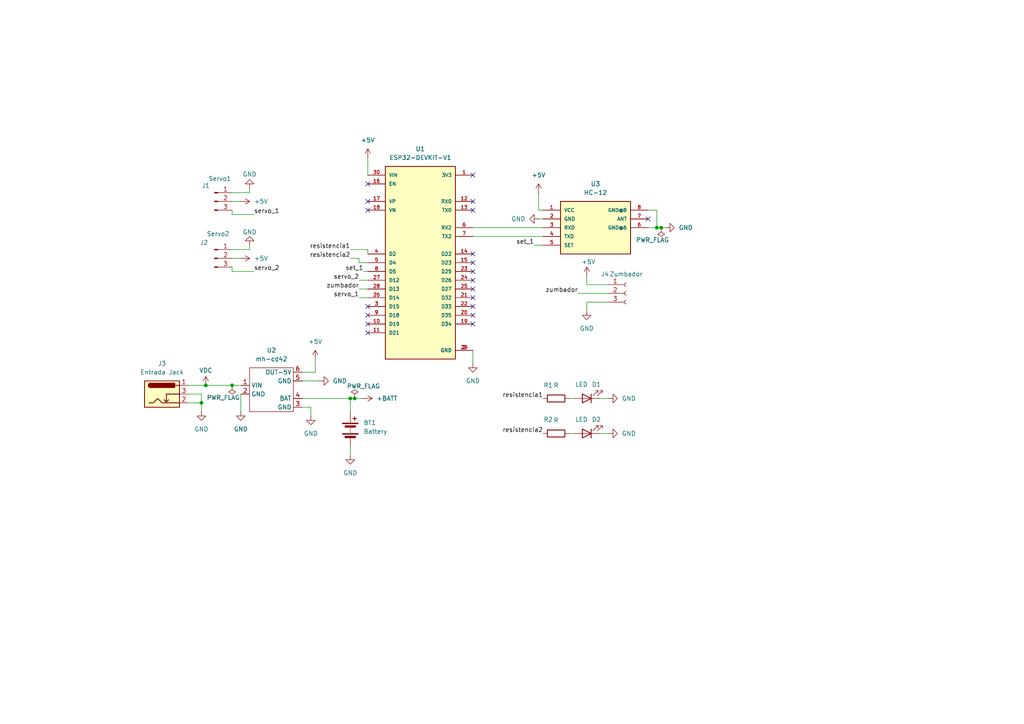
<source format=kicad_sch>
(kicad_sch (version 20231120) (generator "eeschema") (generator_version "8.0")
  (paper "A4")
  (lib_symbols
    (symbol "Connector:Barrel_Jack_Switch" (pin_names hide)
      (property "Reference" "J" (at 0 5.334 0))
      (property "Value" "Barrel_Jack_Switch" (at 0 -5.08 0))
      (symbol "Barrel_Jack_Switch_0_1"
        (rectangle (start -5.08 3.81) (end 5.08 -3.81) (stroke (width 0.254)) (fill (type background)))
        (arc (start -3.302 3.175) (mid -3.9343 2.54) (end -3.302 1.905) (stroke (width 0.254)))
        (arc (start -3.302 3.175) (mid -3.9343 2.54) (end -3.302 1.905) (stroke (width 0.254)) (fill (type outline)))
        (polyline (pts (xy 1.27 -2.286) (xy 1.905 -1.651)) (stroke (width 0.254)))
        (polyline (pts (xy 5.08 2.54) (xy 3.81 2.54)) (stroke (width 0.254)))
        (polyline (pts (xy 5.08 0) (xy 1.27 0) (xy 1.27 -2.286) (xy 0.635 -1.651)) (stroke (width 0.254)))
        (polyline (pts (xy -3.81 -2.54) (xy -2.54 -2.54) (xy -1.27 -1.27) (xy 0 -2.54) (xy 2.54 -2.54) (xy 5.08 -2.54)) (stroke (width 0.254)))
        (rectangle (start 3.683 3.175) (end -3.302 1.905) (stroke (width 0.254)) (fill (type outline)))
      )
      (symbol "Barrel_Jack_Switch_1_1"
        (pin passive line (at 7.62 2.54 180) (length 2.54) (name "~") (number "1"))
        (pin passive line (at 7.62 -2.54 180) (length 2.54) (name "~") (number "2"))
        (pin passive line (at 7.62 0 180) (length 2.54) (name "~") (number "3"))
      )
    )
    (symbol "Connector:Conn_01x03_Pin" (pin_names (offset 1.016) hide)
      (property "Reference" "J" (at 0 5.08 0))
      (property "Value" "Conn_01x03_Pin" (at 0 -5.08 0))
      (symbol "Conn_01x03_Pin_1_1"
        (polyline (pts (xy 1.27 -2.54) (xy 0.8636 -2.54)) (stroke (width 0.1524)))
        (polyline (pts (xy 1.27 0) (xy 0.8636 0)) (stroke (width 0.1524)))
        (polyline (pts (xy 1.27 2.54) (xy 0.8636 2.54)) (stroke (width 0.1524)))
        (rectangle (start 0.8636 -2.413) (end 0 -2.667) (stroke (width 0.1524)) (fill (type outline)))
        (rectangle (start 0.8636 0.127) (end 0 -0.127) (stroke (width 0.1524)) (fill (type outline)))
        (rectangle (start 0.8636 2.667) (end 0 2.413) (stroke (width 0.1524)) (fill (type outline)))
        (pin passive line (at 5.08 2.54 180) (length 3.81) (name "Pin_1") (number "1"))
        (pin passive line (at 5.08 0 180) (length 3.81) (name "Pin_2") (number "2"))
        (pin passive line (at 5.08 -2.54 180) (length 3.81) (name "Pin_3") (number "3"))
      )
    )
    (symbol "Connector:Conn_01x03_Socket" (pin_names (offset 1.016) hide)
      (property "Reference" "J" (at 0 5.08 0))
      (property "Value" "Conn_01x03_Socket" (at 0 -5.08 0))
      (symbol "Conn_01x03_Socket_1_1"
        (arc (start 0 -2.032) (mid -0.5058 -2.54) (end 0 -3.048) (stroke (width 0.1524)))
        (polyline (pts (xy -1.27 -2.54) (xy -0.508 -2.54)) (stroke (width 0.1524)))
        (polyline (pts (xy -1.27 0) (xy -0.508 0)) (stroke (width 0.1524)))
        (polyline (pts (xy -1.27 2.54) (xy -0.508 2.54)) (stroke (width 0.1524)))
        (arc (start 0 0.508) (mid -0.5058 0) (end 0 -0.508) (stroke (width 0.1524)))
        (arc (start 0 3.048) (mid -0.5058 2.54) (end 0 2.032) (stroke (width 0.1524)))
        (pin passive line (at -5.08 2.54 0) (length 3.81) (name "Pin_1") (number "1"))
        (pin passive line (at -5.08 0 0) (length 3.81) (name "Pin_2") (number "2"))
        (pin passive line (at -5.08 -2.54 0) (length 3.81) (name "Pin_3") (number "3"))
      )
    )
    (symbol "Device:Battery" (pin_numbers hide) (pin_names (offset 0) hide)
      (property "Reference" "BT" (at 2.54 2.54 0))
      (property "Value" "Battery" (at 2.54 0 0))
      (symbol "Battery_0_1"
        (rectangle (start -2.286 -1.27) (end 2.286 -1.524) (fill (type outline)))
        (rectangle (start -2.286 1.778) (end 2.286 1.524) (fill (type outline)))
        (rectangle (start -1.524 -2.032) (end 1.524 -2.54) (fill (type outline)))
        (rectangle (start -1.524 1.016) (end 1.524 0.508) (fill (type outline)))
        (polyline (pts (xy 0 -1.016) (xy 0 -0.762)))
        (polyline (pts (xy 0 -0.508) (xy 0 -0.254)))
        (polyline (pts (xy 0 0) (xy 0 0.254)))
        (polyline (pts (xy 0 1.778) (xy 0 2.54)))
        (polyline (pts (xy 0.762 3.048) (xy 1.778 3.048)) (stroke (width 0.254)))
        (polyline (pts (xy 1.27 3.556) (xy 1.27 2.54)) (stroke (width 0.254)))
      )
      (symbol "Battery_1_1"
        (pin passive line (at 0 5.08 270) (length 2.54) (name "+") (number "1"))
        (pin passive line (at 0 -5.08 90) (length 2.54) (name "-") (number "2"))
      )
    )
    (symbol "Device:LED" (pin_numbers hide) (pin_names (offset 1.016) hide)
      (property "Reference" "D" (at 0 2.54 0))
      (property "Value" "LED" (at 0 -2.54 0))
      (symbol "LED_0_1"
        (polyline (pts (xy -1.27 -1.27) (xy -1.27 1.27)) (stroke (width 0.254)))
        (polyline (pts (xy -1.27 0) (xy 1.27 0)))
        (polyline (pts (xy 1.27 -1.27) (xy 1.27 1.27) (xy -1.27 0) (xy 1.27 -1.27)) (stroke (width 0.254)))
        (polyline (pts (xy -3.048 -0.762) (xy -4.572 -2.286) (xy -3.81 -2.286) (xy -4.572 -2.286) (xy -4.572 -1.524)))
        (polyline (pts (xy -1.778 -0.762) (xy -3.302 -2.286) (xy -2.54 -2.286) (xy -3.302 -2.286) (xy -3.302 -1.524)))
      )
      (symbol "LED_1_1"
        (pin passive line (at -3.81 0 0) (length 2.54) (name "K") (number "1"))
        (pin passive line (at 3.81 0 180) (length 2.54) (name "A") (number "2"))
      )
    )
    (symbol "Device:R" (pin_numbers hide) (pin_names (offset 0))
      (property "Reference" "R" (at 2.032 0 90))
      (property "Value" "R" (at 0 0 90))
      (symbol "R_0_1"
        (rectangle (start -1.016 -2.54) (end 1.016 2.54) (stroke (width 0.254)))
      )
      (symbol "R_1_1"
        (pin passive line (at 0 3.81 270) (length 1.27) (name "~") (number "1"))
        (pin passive line (at 0 -3.81 90) (length 1.27) (name "~") (number "2"))
      )
    )
    (symbol "HC-12:HC-12" (pin_names (offset 1.016))
      (property "Reference" "U" (at -10.16 -10.16 0))
      (property "Value" "HC-12" (at 0 -10.16 0))
      (symbol "HC-12_0_0"
        (rectangle (start -10.16 -7.62) (end 10.16 7.62) (stroke (width 0.254)) (fill (type background)))
        (pin power_in line (at -15.24 5.08 0) (length 5.08) (name "VCC") (number "1"))
        (pin power_in line (at -15.24 2.54 0) (length 5.08) (name "GND") (number "2"))
        (pin bidirectional line (at -15.24 0 0) (length 5.08) (name "RXD") (number "3"))
        (pin bidirectional line (at -15.24 -2.54 0) (length 5.08) (name "TXD") (number "4"))
        (pin bidirectional line (at -15.24 -5.08 0) (length 5.08) (name "SET") (number "5"))
        (pin power_in line (at 15.24 0 180) (length 5.08) (name "GND@6") (number "6"))
        (pin bidirectional line (at 15.24 2.54 180) (length 5.08) (name "ANT") (number "7"))
        (pin power_in line (at 15.24 5.08 180) (length 5.08) (name "GND@8") (number "8"))
      )
    )
    (symbol "MH-CD42:mh-cd42"
      (property "Reference" "U" (at 0 7.62 0))
      (property "Value" "mh-cd42" (at 0 -7.62 0))
      (symbol "mh-cd42_0_1"
        (rectangle (start -6.35 6.35) (end 6.35 -6.35))
      )
      (symbol "mh-cd42_1_1"
        (pin power_in line (at -8.89 1.27 0) (length 2.54) (name "VIN") (number "1"))
        (pin passive line (at -8.89 -1.27 0) (length 2.54) (name "GND") (number "2"))
        (pin passive line (at 8.89 -5.08 180) (length 2.54) (name "GND") (number "3"))
        (pin passive line (at 8.89 -2.54 180) (length 2.54) (name "BAT") (number "4"))
        (pin passive line (at 8.89 2.54 180) (length 2.54) (name "GND") (number "5"))
        (pin power_out line (at 8.89 5.08 180) (length 2.54) (name "OUT-5V") (number "6"))
      )
    )
    (symbol "esp32devkit1:ESP32-DEVKIT-V1" (pin_names (offset 1.016))
      (property "Reference" "U" (at -10.16 30.48 0))
      (property "Value" "ESP32-DEVKIT-V1" (at -10.16 -30.48 0))
      (symbol "ESP32-DEVKIT-V1_0_0"
        (rectangle (start -10.16 -27.94) (end 10.16 27.94) (stroke (width 0.254)) (fill (type background)))
        (pin output line (at 15.24 25.4 180) (length 5.08) (name "3V3") (number "1"))
        (pin bidirectional line (at -15.24 -17.78 0) (length 5.08) (name "D19") (number "10"))
        (pin bidirectional line (at -15.24 -20.32 0) (length 5.08) (name "D21") (number "11"))
        (pin input line (at 15.24 17.78 180) (length 5.08) (name "RX0") (number "12"))
        (pin output line (at 15.24 15.24 180) (length 5.08) (name "TX0") (number "13"))
        (pin bidirectional line (at 15.24 2.54 180) (length 5.08) (name "D22") (number "14"))
        (pin bidirectional line (at 15.24 0 180) (length 5.08) (name "D23") (number "15"))
        (pin input line (at -15.24 22.86 0) (length 5.08) (name "EN") (number "16"))
        (pin bidirectional line (at -15.24 17.78 0) (length 5.08) (name "VP") (number "17"))
        (pin bidirectional line (at -15.24 15.24 0) (length 5.08) (name "VN") (number "18"))
        (pin bidirectional line (at 15.24 -17.78 180) (length 5.08) (name "D34") (number "19"))
        (pin power_in line (at 15.24 -25.4 180) (length 5.08) (name "GND") (number "2"))
        (pin bidirectional line (at 15.24 -15.24 180) (length 5.08) (name "D35") (number "20"))
        (pin bidirectional line (at 15.24 -10.16 180) (length 5.08) (name "D32") (number "21"))
        (pin bidirectional line (at 15.24 -12.7 180) (length 5.08) (name "D33") (number "22"))
        (pin bidirectional line (at 15.24 -2.54 180) (length 5.08) (name "D25") (number "23"))
        (pin bidirectional line (at 15.24 -5.08 180) (length 5.08) (name "D26") (number "24"))
        (pin bidirectional line (at 15.24 -7.62 180) (length 5.08) (name "D27") (number "25"))
        (pin bidirectional line (at -15.24 -10.16 0) (length 5.08) (name "D14") (number "26"))
        (pin bidirectional line (at -15.24 -5.08 0) (length 5.08) (name "D12") (number "27"))
        (pin bidirectional line (at -15.24 -7.62 0) (length 5.08) (name "D13") (number "28"))
        (pin power_in line (at 15.24 -25.4 180) (length 5.08) (name "GND") (number "29"))
        (pin bidirectional line (at -15.24 -12.7 0) (length 5.08) (name "D15") (number "3"))
        (pin input line (at -15.24 25.4 0) (length 5.08) (name "VIN") (number "30"))
        (pin bidirectional line (at -15.24 2.54 0) (length 5.08) (name "D2") (number "4"))
        (pin bidirectional line (at -15.24 0 0) (length 5.08) (name "D4") (number "5"))
        (pin input line (at 15.24 10.16 180) (length 5.08) (name "RX2") (number "6"))
        (pin output line (at 15.24 7.62 180) (length 5.08) (name "TX2") (number "7"))
        (pin bidirectional line (at -15.24 -2.54 0) (length 5.08) (name "D5") (number "8"))
        (pin bidirectional line (at -15.24 -15.24 0) (length 5.08) (name "D18") (number "9"))
      )
    )
    (symbol "power:+5V" (power) (pin_numbers hide) (pin_names (offset 0) hide)
      (property "Value" "+5V" (at 0 3.556 0))
      (symbol "+5V_0_1"
        (polyline (pts (xy -0.762 1.27) (xy 0 2.54)))
        (polyline (pts (xy 0 0) (xy 0 2.54)))
        (polyline (pts (xy 0 2.54) (xy 0.762 1.27)))
      )
      (symbol "+5V_1_1"
        (pin power_in line (at 0 0 90) (length 0) (name "~") (number "1"))
      )
    )
    (symbol "power:+BATT" (power) (pin_numbers hide) (pin_names (offset 0) hide)
      (property "Value" "+BATT" (at 0 3.556 0))
      (symbol "+BATT_0_1"
        (polyline (pts (xy -0.762 1.27) (xy 0 2.54)))
        (polyline (pts (xy 0 0) (xy 0 2.54)))
        (polyline (pts (xy 0 2.54) (xy 0.762 1.27)))
      )
      (symbol "+BATT_1_1"
        (pin power_in line (at 0 0 90) (length 0) (name "~") (number "1"))
      )
    )
    (symbol "power:GND" (power) (pin_numbers hide) (pin_names (offset 0) hide)
      (property "Value" "GND" (at 0 -3.81 0))
      (symbol "GND_0_1"
        (polyline (pts (xy 0 0) (xy 0 -1.27) (xy 1.27 -1.27) (xy 0 -2.54) (xy -1.27 -1.27) (xy 0 -1.27)))
      )
      (symbol "GND_1_1"
        (pin power_in line (at 0 0 270) (length 0) (name "~") (number "1"))
      )
    )
    (symbol "power:PWR_FLAG" (power) (pin_numbers hide) (pin_names (offset 0) hide)
      (property "Value" "PWR_FLAG" (at 0 3.81 0))
      (symbol "PWR_FLAG_0_0"
        (pin power_out line (at 0 0 90) (length 0) (name "~") (number "1"))
      )
      (symbol "PWR_FLAG_0_1"
        (polyline (pts (xy 0 0) (xy 0 1.27) (xy -1.016 1.905) (xy 0 2.54) (xy 1.016 1.905) (xy 0 1.27)))
      )
    )
    (symbol "power:VDC" (power) (pin_numbers hide) (pin_names (offset 0) hide)
      (property "Value" "VDC" (at 0 3.556 0))
      (symbol "VDC_0_1"
        (polyline (pts (xy -0.762 1.27) (xy 0 2.54)))
        (polyline (pts (xy 0 0) (xy 0 2.54)))
        (polyline (pts (xy 0 2.54) (xy 0.762 1.27)))
      )
      (symbol "VDC_1_1"
        (pin power_in line (at 0 0 90) (length 0) (name "~") (number "1"))
      )
    )
  )
  (junction (at 58.42 116.84))
  (junction (at 59.69 111.76))
  (junction (at 190.5 66.04))
  (junction (at 102.87 115.57))
  (junction (at 191.77 66.04))
  (junction (at 67.31 111.76))
  (junction (at 101.6 115.57))
  (no_connect (at 137.16 50.8))
  (no_connect (at 137.16 81.28))
  (no_connect (at 187.96 63.5))
  (no_connect (at 137.16 73.66))
  (no_connect (at 106.68 58.42))
  (no_connect (at 106.68 96.52))
  (no_connect (at 137.16 93.98))
  (no_connect (at 137.16 86.36))
  (no_connect (at 137.16 78.74))
  (no_connect (at 106.68 93.98))
  (no_connect (at 106.68 91.44))
  (no_connect (at 106.68 60.96))
  (no_connect (at 137.16 58.42))
  (no_connect (at 137.16 76.2))
  (no_connect (at 137.16 83.82))
  (no_connect (at 137.16 60.96))
  (no_connect (at 137.16 91.44))
  (no_connect (at 106.68 88.9))
  (no_connect (at 106.68 53.34))
  (no_connect (at 137.16 88.9))
  (wire (pts (xy 54.61 111.76) (xy 59.69 111.76)))
  (wire (pts (xy 101.6 119.38) (xy 101.6 115.57)))
  (wire (pts (xy 106.68 72.39) (xy 106.68 73.66)))
  (wire (pts (xy 105.41 78.74) (xy 106.68 78.74)))
  (wire (pts (xy 72.39 55.88) (xy 72.39 54.61)))
  (wire (pts (xy 167.64 85.09) (xy 176.53 85.09)))
  (wire (pts (xy 58.42 116.84) (xy 58.42 119.38)))
  (wire (pts (xy 156.21 63.5) (xy 157.48 63.5)))
  (wire (pts (xy 72.39 55.88) (xy 67.31 55.88)))
  (wire (pts (xy 90.17 120.65) (xy 90.17 118.11)))
  (wire (pts (xy 190.5 60.96) (xy 190.5 66.04)))
  (wire (pts (xy 106.68 76.2) (xy 104.14 76.2)))
  (wire (pts (xy 193.04 66.04) (xy 191.77 66.04)))
  (wire (pts (xy 104.14 86.36) (xy 106.68 86.36)))
  (wire (pts (xy 106.68 45.72) (xy 106.68 50.8)))
  (wire (pts (xy 67.31 111.76) (xy 69.85 111.76)))
  (wire (pts (xy 54.61 116.84) (xy 58.42 116.84)))
  (wire (pts (xy 170.18 82.55) (xy 176.53 82.55)))
  (wire (pts (xy 90.17 118.11) (xy 87.63 118.11)))
  (wire (pts (xy 173.99 125.73) (xy 176.53 125.73)))
  (wire (pts (xy 104.14 83.82) (xy 106.68 83.82)))
  (wire (pts (xy 67.31 60.96) (xy 67.31 62.23)))
  (wire (pts (xy 187.96 66.04) (xy 190.5 66.04)))
  (wire (pts (xy 166.37 125.73) (xy 165.1 125.73)))
  (wire (pts (xy 87.63 107.95) (xy 91.44 107.95)))
  (wire (pts (xy 67.31 58.42) (xy 69.85 58.42)))
  (wire (pts (xy 104.14 74.93) (xy 101.6 74.93)))
  (wire (pts (xy 58.42 114.3) (xy 58.42 116.84)))
  (wire (pts (xy 101.6 115.57) (xy 102.87 115.57)))
  (wire (pts (xy 87.63 110.49) (xy 92.71 110.49)))
  (wire (pts (xy 67.31 62.23) (xy 73.66 62.23)))
  (wire (pts (xy 157.48 60.96) (xy 156.21 60.96)))
  (wire (pts (xy 137.16 68.58) (xy 157.48 68.58)))
  (wire (pts (xy 67.31 78.74) (xy 73.66 78.74)))
  (wire (pts (xy 137.16 66.04) (xy 157.48 66.04)))
  (wire (pts (xy 67.31 72.39) (xy 72.39 72.39)))
  (wire (pts (xy 67.31 74.93) (xy 69.85 74.93)))
  (wire (pts (xy 102.87 115.57) (xy 105.41 115.57)))
  (wire (pts (xy 170.18 87.63) (xy 176.53 87.63)))
  (wire (pts (xy 104.14 76.2) (xy 104.14 74.93)))
  (wire (pts (xy 101.6 115.57) (xy 87.63 115.57)))
  (wire (pts (xy 187.96 60.96) (xy 190.5 60.96)))
  (wire (pts (xy 156.21 60.96) (xy 156.21 55.88)))
  (wire (pts (xy 137.16 101.6) (xy 137.16 105.41)))
  (wire (pts (xy 170.18 90.17) (xy 170.18 87.63)))
  (wire (pts (xy 101.6 72.39) (xy 106.68 72.39)))
  (wire (pts (xy 170.18 80.01) (xy 170.18 82.55)))
  (wire (pts (xy 166.37 115.57) (xy 165.1 115.57)))
  (wire (pts (xy 173.99 115.57) (xy 176.53 115.57)))
  (wire (pts (xy 59.69 111.76) (xy 67.31 111.76)))
  (wire (pts (xy 72.39 72.39) (xy 72.39 71.12)))
  (wire (pts (xy 101.6 129.54) (xy 101.6 132.08)))
  (wire (pts (xy 54.61 114.3) (xy 58.42 114.3)))
  (wire (pts (xy 67.31 77.47) (xy 67.31 78.74)))
  (wire (pts (xy 69.85 114.3) (xy 69.85 119.38)))
  (wire (pts (xy 104.14 81.28) (xy 106.68 81.28)))
  (wire (pts (xy 154.94 71.12) (xy 157.48 71.12)))
  (wire (pts (xy 191.77 66.04) (xy 190.5 66.04)))
  (wire (pts (xy 91.44 107.95) (xy 91.44 104.14)))
  (label "resistencia1" (at 157.48 115.57 180))
  (label "resistencia2" (at 101.6 74.93 180))
  (label "zumbador" (at 104.14 83.82 180))
  (label "servo_2" (at 73.66 78.74 0))
  (label "zumbador" (at 167.64 85.09 180))
  (label "set_1" (at 105.41 78.74 180))
  (label "servo_1" (at 104.14 86.36 180))
  (label "resistencia1" (at 101.6 72.39 180))
  (label "resistencia2" (at 157.48 125.73 180))
  (label "set_1" (at 154.94 71.12 180))
  (label "servo_1" (at 73.66 62.23 0))
  (label "servo_2" (at 104.14 81.28 180))
  (symbol (lib_id "power:+5V") (at 106.68 45.72 0) (unit 1)
    (property "Reference" "#PWR019" (effects (hide yes)))
    (property "Value" "+5V" (at 106.68 40.64 0))
    (property "Description" "Power symbol creates a global label with name \"+5V\"" (effects (hide yes)))
  )
  (symbol (lib_id "power:GND") (at 176.53 115.57 90) (unit 1)
    (property "Reference" "#PWR016" (effects (hide yes)))
    (property "Value" "GND" (at 180.34 115.5701 90) (effects (justify right)))
    (property "Description" "Power symbol creates a global label with name \"GND\" , ground" (effects (hide yes)))
  )
  (symbol (lib_id "Connector:Conn_01x03_Pin") (at 62.23 58.42 0) (unit 1)
    (property "Reference" "J1" (at 59.69 53.848 0))
    (property "Value" "Servo1" (at 63.754 51.816 0))
    (property "Footprint" "Connector_PinHeader_2.54mm:PinHeader_1x03_P2.54mm_Vertical" (effects (hide yes)))
    (property "Description" "Generic connector, single row, 01x03, script generated" (effects (hide yes)))
  )
  (symbol (lib_id "power:PWR_FLAG") (at 67.31 111.76 180) (unit 1)
    (property "Reference" "#FLG01" (effects (hide yes)))
    (property "Value" "PWR_FLAG" (at 64.77 115.316 0))
    (property "Description" "Special symbol for telling ERC where power comes from" (effects (hide yes)))
  )
  (symbol (lib_id "power:+5V") (at 170.18 80.01 0) (unit 1)
    (property "Reference" "#PWR017" (effects (hide yes)))
    (property "Value" "+5V" (at 170.688 75.946 0))
    (property "Description" "Power symbol creates a global label with name \"+5V\"" (effects (hide yes)))
  )
  (symbol (lib_id "Connector:Conn_01x03_Pin") (at 62.23 74.93 0) (unit 1)
    (property "Reference" "J2" (at 59.182 70.358 0))
    (property "Value" "Servo2" (at 63.246 67.818 0))
    (property "Footprint" "Connector_PinHeader_2.54mm:PinHeader_1x03_P2.54mm_Vertical" (effects (hide yes)))
    (property "Description" "Generic connector, single row, 01x03, script generated" (effects (hide yes)))
  )
  (symbol (lib_id "power:GND") (at 170.18 90.17 0) (unit 1)
    (property "Reference" "#PWR021" (effects (hide yes)))
    (property "Value" "GND" (at 170.18 95.25 0))
    (property "Description" "Power symbol creates a global label with name \"GND\" , ground" (effects (hide yes)))
  )
  (symbol (lib_id "power:GND") (at 72.39 54.61 180) (unit 1)
    (property "Reference" "#PWR013" (effects (hide yes)))
    (property "Value" "GND" (at 70.358 50.546 0) (effects (justify right)))
    (property "Description" "Power symbol creates a global label with name \"GND\" , ground" (effects (hide yes)))
  )
  (symbol (lib_id "power:PWR_FLAG") (at 191.77 66.04 180) (unit 1)
    (property "Reference" "#FLG03" (effects (hide yes)))
    (property "Value" "PWR_FLAG" (at 189.23 69.596 0))
    (property "Description" "Special symbol for telling ERC where power comes from" (effects (hide yes)))
  )
  (symbol (lib_id "Device:LED") (at 170.18 115.57 180) (unit 1)
    (property "Reference" "D1" (at 172.974 111.506 0))
    (property "Value" "LED" (at 168.656 111.506 0))
    (property "Footprint" "LED_THT:LED_D3.0mm" (effects (hide yes)))
    (property "Description" "Light emitting diode" (effects (hide yes)))
  )
  (symbol (lib_id "power:+5V") (at 91.44 104.14 0) (unit 1)
    (property "Reference" "#PWR03" (effects (hide yes)))
    (property "Value" "+5V" (at 91.44 99.06 0))
    (property "Description" "Power symbol creates a global label with name \"+5V\"" (effects (hide yes)))
  )
  (symbol (lib_id "Device:Battery") (at 101.6 124.46 0) (unit 1)
    (property "Reference" "BT1" (at 105.41 122.6184 0) (effects (justify left)))
    (property "Value" "Battery" (at 105.41 125.1584 0) (effects (justify left)))
    (property "Footprint" "Battery:BatteryHolder_Keystone_1042_1x18650" (effects (hide yes)))
    (property "Description" "Multiple-cell battery" (effects (hide yes)))
  )
  (symbol (lib_id "Device:R") (at 161.29 115.57 90) (unit 1)
    (property "Reference" "R1" (at 159.004 111.76 90))
    (property "Value" "R" (at 161.29 111.76 90))
    (property "Footprint" "Resistor_THT:R_Axial_DIN0207_L6.3mm_D2.5mm_P7.62mm_Horizontal" (effects (hide yes)))
    (property "Description" "Resistor" (effects (hide yes)))
  )
  (symbol (lib_id "Connector:Barrel_Jack_Switch") (at 46.99 114.3 0) (unit 1)
    (property "Reference" "J3" (at 46.99 105.41 0))
    (property "Value" "Entrada Jack" (at 46.99 107.95 0))
    (property "Footprint" "Connector_BarrelJack:BarrelJack_Horizontal" (effects (hide yes)))
    (property "Description" "DC Barrel Jack with an internal switch" (effects (hide yes)))
  )
  (symbol (lib_id "Device:LED") (at 170.18 125.73 180) (unit 1)
    (property "Reference" "D2" (at 172.974 121.666 0))
    (property "Value" "LED" (at 168.656 121.666 0))
    (property "Footprint" "LED_THT:LED_D3.0mm" (effects (hide yes)))
    (property "Description" "Light emitting diode" (effects (hide yes)))
  )
  (symbol (lib_id "power:GND") (at 58.42 119.38 0) (unit 1)
    (property "Reference" "#PWR09" (effects (hide yes)))
    (property "Value" "GND" (at 58.42 124.46 0))
    (property "Description" "Power symbol creates a global label with name \"GND\" , ground" (effects (hide yes)))
  )
  (symbol (lib_id "power:GND") (at 69.85 119.38 0) (unit 1)
    (property "Reference" "#PWR010" (effects (hide yes)))
    (property "Value" "GND" (at 69.85 124.46 0))
    (property "Description" "Power symbol creates a global label with name \"GND\" , ground" (effects (hide yes)))
  )
  (symbol (lib_id "power:GND") (at 156.21 63.5 270) (unit 1)
    (property "Reference" "#PWR011" (effects (hide yes)))
    (property "Value" "GND" (at 152.4 63.4999 90) (effects (justify right)))
    (property "Description" "Power symbol creates a global label with name \"GND\" , ground" (effects (hide yes)))
  )
  (symbol (lib_id "power:+5V") (at 69.85 58.42 270) (unit 1)
    (property "Reference" "#PWR015" (effects (hide yes)))
    (property "Value" "+5V" (at 73.66 58.4199 90) (effects (justify left)))
    (property "Description" "Power symbol creates a global label with name \"+5V\"" (effects (hide yes)))
  )
  (symbol (lib_id "power:GND") (at 137.16 105.41 0) (unit 1)
    (property "Reference" "#PWR018" (effects (hide yes)))
    (property "Value" "GND" (at 137.16 110.49 0))
    (property "Description" "Power symbol creates a global label with name \"GND\" , ground" (effects (hide yes)))
  )
  (symbol (lib_id "MH-CD42:mh-cd42") (at 78.74 113.03 0) (unit 1)
    (property "Reference" "U2" (at 78.74 101.6 0))
    (property "Value" "mh-cd42" (at 78.74 104.14 0))
    (property "Footprint" "MH-CD42:mh-cd42" (effects (hide yes)))
  )
  (symbol (lib_id "power:GND") (at 90.17 120.65 0) (unit 1)
    (property "Reference" "#PWR06" (effects (hide yes)))
    (property "Value" "GND" (at 90.17 125.73 0))
    (property "Description" "Power symbol creates a global label with name \"GND\" , ground" (effects (hide yes)))
  )
  (symbol (lib_id "power:GND") (at 92.71 110.49 90) (unit 1)
    (property "Reference" "#PWR05" (effects (hide yes)))
    (property "Value" "GND" (at 96.52 110.4899 90) (effects (justify right)))
    (property "Description" "Power symbol creates a global label with name \"GND\" , ground" (effects (hide yes)))
  )
  (symbol (lib_id "power:+5V") (at 69.85 74.93 270) (unit 1)
    (property "Reference" "#PWR014" (effects (hide yes)))
    (property "Value" "+5V" (at 73.66 74.9299 90) (effects (justify left)))
    (property "Description" "Power symbol creates a global label with name \"+5V\"" (effects (hide yes)))
  )
  (symbol (lib_id "power:+5V") (at 156.21 55.88 0) (unit 1)
    (property "Reference" "#PWR012" (effects (hide yes)))
    (property "Value" "+5V" (at 156.21 50.8 0))
    (property "Description" "Power symbol creates a global label with name \"+5V\"" (effects (hide yes)))
  )
  (symbol (lib_id "esp32devkit1:ESP32-DEVKIT-V1") (at 121.92 76.2 0) (unit 1)
    (property "Reference" "U1" (at 121.92 43.18 0))
    (property "Value" "ESP32-DEVKIT-V1" (at 121.92 45.72 0))
    (property "Footprint" "esp32devkit1:MODULE_ESP32_DEVKIT_V1" (effects (hide yes)))
    (property "MF" "Do it" (effects (hide yes)))
    (property "MAXIMUM_PACKAGE_HEIGHT" "6.8 mm" (effects (hide yes)))
    (property "Package" "None" (effects (hide yes)))
    (property "Price" "None" (effects (hide yes)))
    (property "Check_prices" "https://www.snapeda.com/parts/ESP32-DEVKIT-V1/Do+it/view-part/?ref=eda" (effects (hide yes)))
    (property "STANDARD" "Manufacturer Recommendations" (effects (hide yes)))
    (property "PARTREV" "N/A" (effects (hide yes)))
    (property "SnapEDA_Link" "https://www.snapeda.com/parts/ESP32-DEVKIT-V1/Do+it/view-part/?ref=snap" (effects (hide yes)))
    (property "MP" "ESP32-DEVKIT-V1" (effects (hide yes)))
    (property "Description_1" "\nDual core, Wi-Fi: 2.4 GHz up to 150 Mbits/s,BLE (Bluetooth Low Energy) and legacy Bluetooth, 32 bits, Up to 240 MHz\n" (effects (hide yes)))
    (property "Availability" "Not in stock" (effects (hide yes)))
    (property "MANUFACTURER" "DOIT" (effects (hide yes)))
  )
  (symbol (lib_id "power:PWR_FLAG") (at 102.87 115.57 0) (unit 1)
    (property "Reference" "#FLG02" (effects (hide yes)))
    (property "Value" "PWR_FLAG" (at 105.41 112.014 0))
    (property "Description" "Special symbol for telling ERC where power comes from" (effects (hide yes)))
  )
  (symbol (lib_id "Device:R") (at 161.29 125.73 90) (unit 1)
    (property "Reference" "R2" (at 159.004 121.666 90))
    (property "Value" "R" (at 161.29 121.92 90))
    (property "Footprint" "Resistor_THT:R_Axial_DIN0207_L6.3mm_D2.5mm_P7.62mm_Horizontal" (effects (hide yes)))
    (property "Description" "Resistor" (effects (hide yes)))
  )
  (symbol (lib_id "HC-12:HC-12") (at 172.72 66.04 0) (unit 1)
    (property "Reference" "U3" (at 172.72 53.34 0))
    (property "Value" "HC-12" (at 172.72 55.88 0))
    (property "Footprint" "HC-12:HC-12" (effects (hide yes)))
    (property "MF" "HC TECH" (effects (hide yes)))
    (property "Description_1" "\nWireless RF UART communication module\n" (effects (hide yes)))
    (property "Package" "None" (effects (hide yes)))
    (property "Price" "None" (effects (hide yes)))
    (property "SnapEDA_Link" "https://www.snapeda.com/parts/HC-12/HC+TECH/view-part/?ref=snap" (effects (hide yes)))
    (property "MP" "HC-12" (effects (hide yes)))
    (property "Availability" "Not in stock" (effects (hide yes)))
    (property "Check_prices" "https://www.snapeda.com/parts/HC-12/HC+TECH/view-part/?ref=eda" (effects (hide yes)))
  )
  (symbol (lib_id "power:GND") (at 176.53 125.73 90) (unit 1)
    (property "Reference" "#PWR020" (effects (hide yes)))
    (property "Value" "GND" (at 180.34 125.7301 90) (effects (justify right)))
    (property "Description" "Power symbol creates a global label with name \"GND\" , ground" (effects (hide yes)))
  )
  (symbol (lib_id "power:GND") (at 72.39 71.12 180) (unit 1)
    (property "Reference" "#PWR04" (effects (hide yes)))
    (property "Value" "GND" (at 70.358 67.31 0) (effects (justify right)))
    (property "Description" "Power symbol creates a global label with name \"GND\" , ground" (effects (hide yes)))
  )
  (symbol (lib_id "power:GND") (at 101.6 132.08 0) (unit 1)
    (property "Reference" "#PWR07" (effects (hide yes)))
    (property "Value" "GND" (at 101.6 137.16 0))
    (property "Description" "Power symbol creates a global label with name \"GND\" , ground" (effects (hide yes)))
  )
  (symbol (lib_id "Connector:Conn_01x03_Socket") (at 181.61 85.09 0) (unit 1)
    (property "Reference" "J4" (at 174.244 79.502 0) (effects (justify left)))
    (property "Value" "Zumbador" (at 176.784 79.502 0) (effects (justify left)))
    (property "Footprint" "Connector_PinSocket_2.54mm:PinSocket_1x03_P2.54mm_Vertical" (effects (hide yes)))
    (property "Description" "Generic connector, single row, 01x03, script generated" (effects (hide yes)))
  )
  (symbol (lib_id "power:+BATT") (at 105.41 115.57 270) (unit 1)
    (property "Reference" "#PWR08" (effects (hide yes)))
    (property "Value" "+BATT" (at 109.22 115.5699 90) (effects (justify left)))
    (property "Description" "Power symbol creates a global label with name \"+BATT\"" (effects (hide yes)))
  )
  (symbol (lib_id "power:GND") (at 193.04 66.04 90) (unit 1)
    (property "Reference" "#PWR02" (effects (hide yes)))
    (property "Value" "GND" (at 196.85 66.0399 90) (effects (justify right)))
    (property "Description" "Power symbol creates a global label with name \"GND\" , ground" (effects (hide yes)))
  )
  (symbol (lib_id "power:VDC") (at 59.69 111.76 0) (unit 1)
    (property "Reference" "#PWR01" (effects (hide yes)))
    (property "Value" "VDC" (at 59.69 107.442 0))
    (property "Description" "Power symbol creates a global label with name \"VDC\"" (effects (hide yes)))
  )
)
</source>
